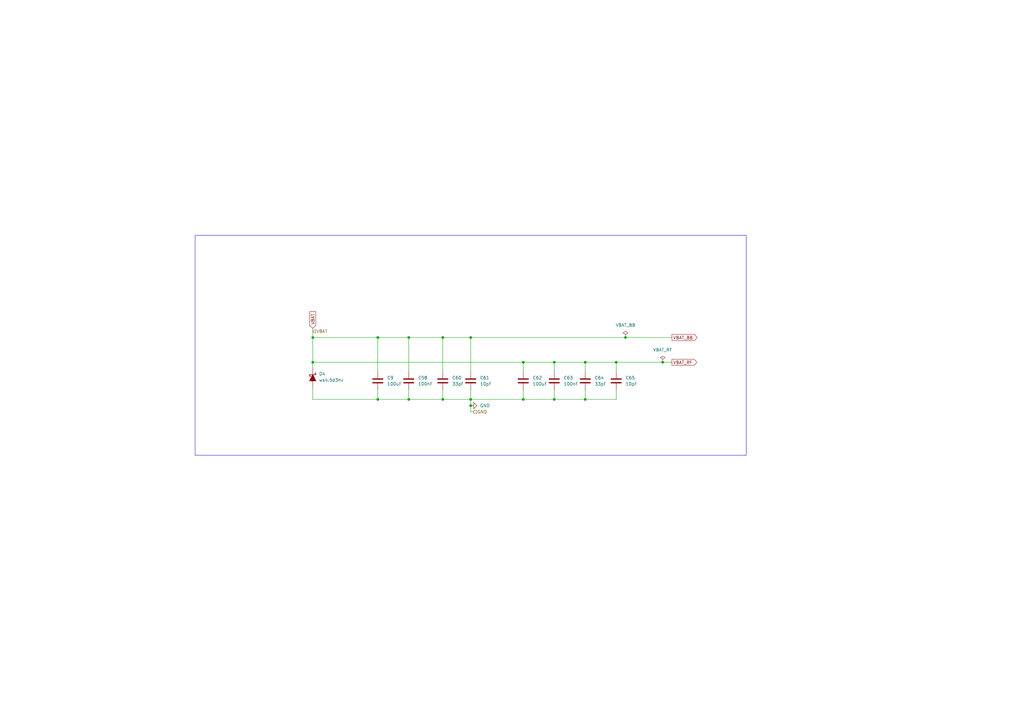
<source format=kicad_sch>
(kicad_sch (version 20250114) (generator "eeschema") (generator_version "9.0")
  (paper "A3")
  (title_block (title "Edgehax 4G to Eth") (date "2025-08-23") (rev "V2") (company "Edgehax") (comment 2 "Varshini CB"))
  (lib_symbols
    (symbol "Device:C" (pin_numbers (hide yes)) (pin_names (offset 0.254))
      (property "Reference" "C" (at 0.635 2.54 0))
      (property "Value" "C" (at 0.635 -2.54 0))
      (symbol "C_0_1"
        (polyline (pts (xy -2.032 0.762) (xy 2.032 0.762)) (stroke (width 0.508)))
        (polyline (pts (xy -2.032 -0.762) (xy 2.032 -0.762)) (stroke (width 0.508)))
      )
      (symbol "C_1_1"
        (pin passive line (at 0 3.81 270) (length 2.794) (name "~") (number "1"))
        (pin passive line (at 0 -3.81 90) (length 2.794) (name "~") (number "2"))
      )
    )
    (symbol "PCM_Diode_Schottky_AKL:RB501V-40" (pin_numbers (hide yes)) (pin_names (offset 1.016) (hide yes))
      (property "Reference" "D" (at 0 5.08 0))
      (property "Value" "RB501V-40" (at 0 2.54 0))
      (symbol "RB501V-40_0_1"
        (polyline (pts (xy -1.27 0) (xy 1.27 0)))
        (polyline (pts (xy -1.27 -1.27) (xy -1.27 1.27) (xy 1.27 0) (xy -1.27 -1.27)) (stroke (width 0.254)) (fill (type outline)))
        (polyline (pts (xy 1.905 -0.762) (xy 1.905 -1.27) (xy 1.27 -1.27) (xy 1.27 1.27) (xy 0.635 1.27) (xy 0.635 0.762)) (stroke (width 0.254)))
      )
      (symbol "RB501V-40_0_2"
        (polyline (pts (xy -2.54 -2.54) (xy 2.54 2.54)))
        (polyline (pts (xy -0.889 -0.889) (xy -1.778 0) (xy 0.889 0.889) (xy 0 -1.778) (xy -0.889 -0.889)) (stroke (width 0.254)) (fill (type outline)))
        (polyline (pts (xy 0 1.778) (xy 1.778 0)) (stroke (width 0.254)))
        (polyline (pts (xy 0 1.778) (xy -0.381 1.397) (xy 0 1.016)) (stroke (width 0.254)))
        (polyline (pts (xy 1.778 0) (xy 2.159 0.381) (xy 1.778 0.762)) (stroke (width 0.254)))
      )
      (symbol "RB501V-40_1_1"
        (pin passive line (at -3.81 0 0) (length 2.54) (name "A") (number "2"))
        (pin passive line (at 3.81 0 180) (length 2.54) (name "K") (number "1"))
      )
      (symbol "RB501V-40_1_2"
        (pin passive line (at -2.54 -2.54 0) (length 0) (name "A") (number "2"))
        (pin passive line (at 2.54 2.54 180) (length 0) (name "K") (number "1"))
      )
    )
    (symbol "power:GND" (power) (pin_numbers (hide yes)) (pin_names (offset 0) (hide yes))
      (property "Value" "GND" (at 0 -3.81 0))
      (symbol "GND_0_1"
        (polyline (pts (xy 0 0) (xy 0 -1.27) (xy 1.27 -1.27) (xy 0 -2.54) (xy -1.27 -1.27) (xy 0 -1.27)))
      )
      (symbol "GND_1_1"
        (pin power_in line (at 0 0 270) (length 0) (name "~") (number "1"))
      )
    )
    (symbol "power:PWR_FLAG" (power) (pin_numbers (hide yes)) (pin_names (offset 0) (hide yes))
      (property "Value" "PWR_FLAG" (at 0 3.81 0))
      (symbol "PWR_FLAG_0_0"
        (pin power_out line (at 0 0 90) (length 0) (name "~") (number "1"))
      )
      (symbol "PWR_FLAG_0_1"
        (polyline (pts (xy 0 0) (xy 0 1.27) (xy -1.016 1.905) (xy 0 2.54) (xy 1.016 1.905) (xy 0 1.27)))
      )
    )
  )
  (rectangle (start 80.01 96.52) (end 306.07 186.69))
  (junction (at 154.94 138.43))
  (junction (at 214.63 163.83))
  (junction (at 193.04 138.43))
  (junction (at 128.27 138.43))
  (junction (at 271.78 148.59))
  (junction (at 240.03 148.59))
  (junction (at 227.33 148.59))
  (junction (at 128.27 148.59))
  (junction (at 214.63 148.59))
  (junction (at 167.64 138.43))
  (junction (at 181.61 163.83))
  (junction (at 227.33 163.83))
  (junction (at 252.73 148.59))
  (junction (at 154.94 163.83))
  (junction (at 193.04 166.37))
  (junction (at 181.61 138.43))
  (junction (at 256.54 138.43))
  (junction (at 240.03 163.83))
  (junction (at 167.64 163.83))
  (junction (at 193.04 163.83))
  (wire (pts (xy 252.73 148.59) (xy 271.78 148.59)))
  (wire (pts (xy 214.63 148.59) (xy 227.33 148.59)))
  (wire (pts (xy 128.27 138.43) (xy 128.27 148.59)))
  (wire (pts (xy 154.94 163.83) (xy 167.64 163.83)))
  (wire (pts (xy 193.04 138.43) (xy 193.04 152.4)))
  (wire (pts (xy 154.94 160.02) (xy 154.94 163.83)))
  (wire (pts (xy 128.27 158.75) (xy 128.27 163.83)))
  (wire (pts (xy 252.73 160.02) (xy 252.73 163.83)))
  (wire (pts (xy 167.64 163.83) (xy 181.61 163.83)))
  (wire (pts (xy 214.63 148.59) (xy 128.27 148.59)))
  (wire (pts (xy 227.33 152.4) (xy 227.33 148.59)))
  (wire (pts (xy 128.27 163.83) (xy 154.94 163.83)))
  (wire (pts (xy 240.03 163.83) (xy 252.73 163.83)))
  (wire (pts (xy 214.63 160.02) (xy 214.63 163.83)))
  (wire (pts (xy 271.78 148.59) (xy 275.59 148.59)))
  (wire (pts (xy 252.73 152.4) (xy 252.73 148.59)))
  (wire (pts (xy 128.27 151.13) (xy 128.27 148.59)))
  (wire (pts (xy 154.94 138.43) (xy 167.64 138.43)))
  (wire (pts (xy 181.61 163.83) (xy 193.04 163.83)))
  (wire (pts (xy 214.63 163.83) (xy 227.33 163.83)))
  (wire (pts (xy 193.04 138.43) (xy 256.54 138.43)))
  (wire (pts (xy 167.64 138.43) (xy 167.64 152.4)))
  (wire (pts (xy 193.04 163.83) (xy 214.63 163.83)))
  (wire (pts (xy 227.33 148.59) (xy 240.03 148.59)))
  (wire (pts (xy 167.64 160.02) (xy 167.64 163.83)))
  (wire (pts (xy 214.63 152.4) (xy 214.63 148.59)))
  (wire (pts (xy 240.03 160.02) (xy 240.03 163.83)))
  (wire (pts (xy 193.04 168.91) (xy 193.04 166.37)))
  (wire (pts (xy 193.04 160.02) (xy 193.04 163.83)))
  (wire (pts (xy 240.03 152.4) (xy 240.03 148.59)))
  (wire (pts (xy 154.94 138.43) (xy 154.94 152.4)))
  (wire (pts (xy 128.27 134.62) (xy 128.27 138.43)))
  (wire (pts (xy 128.27 138.43) (xy 154.94 138.43)))
  (wire (pts (xy 167.64 138.43) (xy 181.61 138.43)))
  (wire (pts (xy 194.31 168.91) (xy 193.04 168.91)))
  (wire (pts (xy 181.61 138.43) (xy 193.04 138.43)))
  (wire (pts (xy 256.54 138.43) (xy 275.59 138.43)))
  (wire (pts (xy 227.33 163.83) (xy 240.03 163.83)))
  (wire (pts (xy 181.61 160.02) (xy 181.61 163.83)))
  (wire (pts (xy 240.03 148.59) (xy 252.73 148.59)))
  (wire (pts (xy 193.04 163.83) (xy 193.04 166.37)))
  (wire (pts (xy 181.61 138.43) (xy 181.61 152.4)))
  (wire (pts (xy 227.33 160.02) (xy 227.33 163.83)))
  (global_label "VBAT_RF" (shape output) (at 275.59 148.59 0) (property "Intersheetrefs" "${INTERSHEET_REFS}" (at 286.4113 148.59 0) (effects (justify left))))
  (global_label "VBAT" (shape input) (at 128.27 134.62 90) (property "Intersheetrefs" "${INTERSHEET_REFS}" (at 128.27 127.1249 90) (effects (justify left))))
  (global_label "VBAT_BB" (shape output) (at 275.59 138.43 0) (property "Intersheetrefs" "${INTERSHEET_REFS}" (at 286.5927 138.43 0) (effects (justify left))))
  (hierarchical_label "VBAT" (shape input) (at 128.27 135.89 0))
  (hierarchical_label "GND" (shape passive) (at 194.31 168.91 0))
  (symbol (lib_id "Device:C") (at 154.94 156.21 0) (unit 1)
    (property "Reference" "C9" (at 158.75 154.9399 0) (effects (justify left)))
    (property "Value" "100uF" (at 158.75 157.4799 0) (effects (justify left)))
    (property "Footprint" "Capacitor_SMD:C_1206_3216Metric" (effects (hide yes)))
    (property "Description" "Unpolarized capacitor" (effects (hide yes)))
  )
  (symbol (lib_id "power:GND") (at 193.04 166.37 90) (unit 1)
    (property "Reference" "#PWR02" (effects (hide yes)))
    (property "Value" "GND" (at 196.85 166.3699 90) (effects (justify right)))
    (property "Description" "Power symbol creates a global label with name \"GND\" , ground" (effects (hide yes)))
  )
  (symbol (lib_id "power:PWR_FLAG") (at 271.78 148.59 0) (unit 1)
    (property "Reference" "#FLG010" (effects (hide yes)))
    (property "Value" "VBAT_RF" (at 271.78 143.51 0))
    (property "Description" "Special symbol for telling ERC where power comes from" (effects (hide yes)))
  )
  (symbol (lib_id "Device:C") (at 252.73 156.21 0) (unit 1)
    (property "Reference" "C65" (at 256.54 154.9399 0) (effects (justify left)))
    (property "Value" "10pF" (at 256.54 157.4799 0) (effects (justify left)))
    (property "Footprint" "Capacitor_SMD:C_0402_1005Metric" (effects (hide yes)))
    (property "Description" "Unpolarized capacitor" (effects (hide yes)))
  )
  (symbol (lib_id "Device:C") (at 227.33 156.21 0) (unit 1)
    (property "Reference" "C63" (at 231.14 154.9399 0) (effects (justify left)))
    (property "Value" "100nF" (at 231.14 157.4799 0) (effects (justify left)))
    (property "Footprint" "Capacitor_SMD:C_0402_1005Metric" (effects (hide yes)))
    (property "Description" "Unpolarized capacitor" (effects (hide yes)))
  )
  (symbol (lib_id "power:PWR_FLAG") (at 256.54 138.43 0) (unit 1)
    (property "Reference" "#FLG09" (effects (hide yes)))
    (property "Value" "VBAT_BB" (at 256.54 133.35 0))
    (property "Description" "Special symbol for telling ERC where power comes from" (effects (hide yes)))
  )
  (symbol (lib_id "Device:C") (at 167.64 156.21 0) (unit 1)
    (property "Reference" "C58" (at 171.45 154.9399 0) (effects (justify left)))
    (property "Value" "100nF" (at 171.45 157.4799 0) (effects (justify left)))
    (property "Footprint" "Capacitor_SMD:C_0402_1005Metric" (effects (hide yes)))
    (property "Description" "Unpolarized capacitor" (effects (hide yes)))
  )
  (symbol (lib_id "Device:C") (at 193.04 156.21 0) (unit 1)
    (property "Reference" "C61" (at 196.85 154.9399 0) (effects (justify left)))
    (property "Value" "10pF" (at 196.85 157.4799 0) (effects (justify left)))
    (property "Footprint" "Capacitor_SMD:C_0402_1005Metric" (effects (hide yes)))
    (property "Description" "Unpolarized capacitor" (effects (hide yes)))
  )
  (symbol (lib_id "Device:C") (at 240.03 156.21 0) (unit 1)
    (property "Reference" "C64" (at 243.84 154.9399 0) (effects (justify left)))
    (property "Value" "33pF" (at 243.84 157.4799 0) (effects (justify left)))
    (property "Footprint" "Capacitor_SMD:C_0402_1005Metric" (effects (hide yes)))
    (property "Description" "Unpolarized capacitor" (effects (hide yes)))
  )
  (symbol (lib_id "PCM_Diode_Schottky_AKL:RB501V-40") (at 128.27 154.94 90) (unit 1)
    (property "Reference" "D4" (at 130.81 153.3524 90) (effects (justify right)))
    (property "Value" "ws4.5d3hv" (at 130.81 155.8924 90) (effects (justify right)))
    (property "Footprint" "PCM_Diode_SMD_AKL:D_SOD-323F" (effects (hide yes)))
    (property "Datasheet" "http://www.jgdsemi.com/files/jgd/all-products/pdf/10-Small-Signal-Schottky-Diode/RB501V-40-SOD-323F.pdf" (effects (hide yes)))
    (property "Description" "SOD-323F Schottky diode, 40V, 100mA, Alternate KiCAD Library" (effects (hide yes)))
  )
  (symbol (lib_id "Device:C") (at 181.61 156.21 0) (unit 1)
    (property "Reference" "C60" (at 185.42 154.9399 0) (effects (justify left)))
    (property "Value" "33pF" (at 185.42 157.4799 0) (effects (justify left)))
    (property "Footprint" "Capacitor_SMD:C_0402_1005Metric" (effects (hide yes)))
    (property "Description" "Unpolarized capacitor" (effects (hide yes)))
  )
  (symbol (lib_id "Device:C") (at 214.63 156.21 0) (unit 1)
    (property "Reference" "C62" (at 218.44 154.9399 0) (effects (justify left)))
    (property "Value" "100uF" (at 218.44 157.4799 0) (effects (justify left)))
    (property "Footprint" "Capacitor_SMD:C_1206_3216Metric" (effects (hide yes)))
    (property "Description" "Unpolarized capacitor" (effects (hide yes)))
  )
)
</source>
